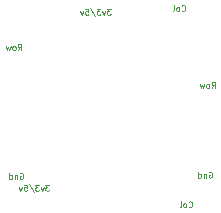
<source format=gbo>
G04 #@! TF.GenerationSoftware,KiCad,Pcbnew,(6.0.2-0)*
G04 #@! TF.CreationDate,2022-08-03T13:24:13+02:00*
G04 #@! TF.ProjectId,optical-amoeba,6f707469-6361-46c2-9d61-6d6f6562612e,rev?*
G04 #@! TF.SameCoordinates,Original*
G04 #@! TF.FileFunction,Legend,Bot*
G04 #@! TF.FilePolarity,Positive*
%FSLAX46Y46*%
G04 Gerber Fmt 4.6, Leading zero omitted, Abs format (unit mm)*
G04 Created by KiCad (PCBNEW (6.0.2-0)) date 2022-08-03 13:24:13*
%MOMM*%
%LPD*%
G01*
G04 APERTURE LIST*
%ADD10C,0.125000*%
%ADD11R,2.500000X1.500000*%
%ADD12R,1.500000X2.500000*%
G04 APERTURE END LIST*
D10*
X108321428Y-105750000D02*
X108369047Y-105726190D01*
X108440476Y-105726190D01*
X108511904Y-105750000D01*
X108559523Y-105797619D01*
X108583333Y-105845238D01*
X108607142Y-105940476D01*
X108607142Y-106011904D01*
X108583333Y-106107142D01*
X108559523Y-106154761D01*
X108511904Y-106202380D01*
X108440476Y-106226190D01*
X108392857Y-106226190D01*
X108321428Y-106202380D01*
X108297619Y-106178571D01*
X108297619Y-106011904D01*
X108392857Y-106011904D01*
X108083333Y-105892857D02*
X108083333Y-106226190D01*
X108083333Y-105940476D02*
X108059523Y-105916666D01*
X108011904Y-105892857D01*
X107940476Y-105892857D01*
X107892857Y-105916666D01*
X107869047Y-105964285D01*
X107869047Y-106226190D01*
X107416666Y-106226190D02*
X107416666Y-105726190D01*
X107416666Y-106202380D02*
X107464285Y-106226190D01*
X107559523Y-106226190D01*
X107607142Y-106202380D01*
X107630952Y-106178571D01*
X107654761Y-106130952D01*
X107654761Y-105988095D01*
X107630952Y-105940476D01*
X107607142Y-105916666D01*
X107559523Y-105892857D01*
X107464285Y-105892857D01*
X107416666Y-105916666D01*
X106002380Y-92078571D02*
X106026190Y-92102380D01*
X106097619Y-92126190D01*
X106145238Y-92126190D01*
X106216666Y-92102380D01*
X106264285Y-92054761D01*
X106288095Y-92007142D01*
X106311904Y-91911904D01*
X106311904Y-91840476D01*
X106288095Y-91745238D01*
X106264285Y-91697619D01*
X106216666Y-91650000D01*
X106145238Y-91626190D01*
X106097619Y-91626190D01*
X106026190Y-91650000D01*
X106002380Y-91673809D01*
X105716666Y-92126190D02*
X105764285Y-92102380D01*
X105788095Y-92078571D01*
X105811904Y-92030952D01*
X105811904Y-91888095D01*
X105788095Y-91840476D01*
X105764285Y-91816666D01*
X105716666Y-91792857D01*
X105645238Y-91792857D01*
X105597619Y-91816666D01*
X105573809Y-91840476D01*
X105550000Y-91888095D01*
X105550000Y-92030952D01*
X105573809Y-92078571D01*
X105597619Y-92102380D01*
X105645238Y-92126190D01*
X105716666Y-92126190D01*
X105264285Y-92126190D02*
X105311904Y-92102380D01*
X105335714Y-92054761D01*
X105335714Y-91626190D01*
X108533333Y-98626190D02*
X108700000Y-98388095D01*
X108819047Y-98626190D02*
X108819047Y-98126190D01*
X108628571Y-98126190D01*
X108580952Y-98150000D01*
X108557142Y-98173809D01*
X108533333Y-98221428D01*
X108533333Y-98292857D01*
X108557142Y-98340476D01*
X108580952Y-98364285D01*
X108628571Y-98388095D01*
X108819047Y-98388095D01*
X108247619Y-98626190D02*
X108295238Y-98602380D01*
X108319047Y-98578571D01*
X108342857Y-98530952D01*
X108342857Y-98388095D01*
X108319047Y-98340476D01*
X108295238Y-98316666D01*
X108247619Y-98292857D01*
X108176190Y-98292857D01*
X108128571Y-98316666D01*
X108104761Y-98340476D01*
X108080952Y-98388095D01*
X108080952Y-98530952D01*
X108104761Y-98578571D01*
X108128571Y-98602380D01*
X108176190Y-98626190D01*
X108247619Y-98626190D01*
X107914285Y-98292857D02*
X107819047Y-98626190D01*
X107723809Y-98388095D01*
X107628571Y-98626190D01*
X107533333Y-98292857D01*
X94785714Y-106826190D02*
X94476190Y-106826190D01*
X94642857Y-107016666D01*
X94571428Y-107016666D01*
X94523809Y-107040476D01*
X94500000Y-107064285D01*
X94476190Y-107111904D01*
X94476190Y-107230952D01*
X94500000Y-107278571D01*
X94523809Y-107302380D01*
X94571428Y-107326190D01*
X94714285Y-107326190D01*
X94761904Y-107302380D01*
X94785714Y-107278571D01*
X94309523Y-106992857D02*
X94190476Y-107326190D01*
X94071428Y-106992857D01*
X93928571Y-106826190D02*
X93619047Y-106826190D01*
X93785714Y-107016666D01*
X93714285Y-107016666D01*
X93666666Y-107040476D01*
X93642857Y-107064285D01*
X93619047Y-107111904D01*
X93619047Y-107230952D01*
X93642857Y-107278571D01*
X93666666Y-107302380D01*
X93714285Y-107326190D01*
X93857142Y-107326190D01*
X93904761Y-107302380D01*
X93928571Y-107278571D01*
X93047619Y-106802380D02*
X93476190Y-107445238D01*
X92642857Y-106826190D02*
X92880952Y-106826190D01*
X92904761Y-107064285D01*
X92880952Y-107040476D01*
X92833333Y-107016666D01*
X92714285Y-107016666D01*
X92666666Y-107040476D01*
X92642857Y-107064285D01*
X92619047Y-107111904D01*
X92619047Y-107230952D01*
X92642857Y-107278571D01*
X92666666Y-107302380D01*
X92714285Y-107326190D01*
X92833333Y-107326190D01*
X92880952Y-107302380D01*
X92904761Y-107278571D01*
X92452380Y-106992857D02*
X92333333Y-107326190D01*
X92214285Y-106992857D01*
X99985714Y-91926190D02*
X99676190Y-91926190D01*
X99842857Y-92116666D01*
X99771428Y-92116666D01*
X99723809Y-92140476D01*
X99700000Y-92164285D01*
X99676190Y-92211904D01*
X99676190Y-92330952D01*
X99700000Y-92378571D01*
X99723809Y-92402380D01*
X99771428Y-92426190D01*
X99914285Y-92426190D01*
X99961904Y-92402380D01*
X99985714Y-92378571D01*
X99509523Y-92092857D02*
X99390476Y-92426190D01*
X99271428Y-92092857D01*
X99128571Y-91926190D02*
X98819047Y-91926190D01*
X98985714Y-92116666D01*
X98914285Y-92116666D01*
X98866666Y-92140476D01*
X98842857Y-92164285D01*
X98819047Y-92211904D01*
X98819047Y-92330952D01*
X98842857Y-92378571D01*
X98866666Y-92402380D01*
X98914285Y-92426190D01*
X99057142Y-92426190D01*
X99104761Y-92402380D01*
X99128571Y-92378571D01*
X98247619Y-91902380D02*
X98676190Y-92545238D01*
X97842857Y-91926190D02*
X98080952Y-91926190D01*
X98104761Y-92164285D01*
X98080952Y-92140476D01*
X98033333Y-92116666D01*
X97914285Y-92116666D01*
X97866666Y-92140476D01*
X97842857Y-92164285D01*
X97819047Y-92211904D01*
X97819047Y-92330952D01*
X97842857Y-92378571D01*
X97866666Y-92402380D01*
X97914285Y-92426190D01*
X98033333Y-92426190D01*
X98080952Y-92402380D01*
X98104761Y-92378571D01*
X97652380Y-92092857D02*
X97533333Y-92426190D01*
X97414285Y-92092857D01*
X92321428Y-105850000D02*
X92369047Y-105826190D01*
X92440476Y-105826190D01*
X92511904Y-105850000D01*
X92559523Y-105897619D01*
X92583333Y-105945238D01*
X92607142Y-106040476D01*
X92607142Y-106111904D01*
X92583333Y-106207142D01*
X92559523Y-106254761D01*
X92511904Y-106302380D01*
X92440476Y-106326190D01*
X92392857Y-106326190D01*
X92321428Y-106302380D01*
X92297619Y-106278571D01*
X92297619Y-106111904D01*
X92392857Y-106111904D01*
X92083333Y-105992857D02*
X92083333Y-106326190D01*
X92083333Y-106040476D02*
X92059523Y-106016666D01*
X92011904Y-105992857D01*
X91940476Y-105992857D01*
X91892857Y-106016666D01*
X91869047Y-106064285D01*
X91869047Y-106326190D01*
X91416666Y-106326190D02*
X91416666Y-105826190D01*
X91416666Y-106302380D02*
X91464285Y-106326190D01*
X91559523Y-106326190D01*
X91607142Y-106302380D01*
X91630952Y-106278571D01*
X91654761Y-106230952D01*
X91654761Y-106088095D01*
X91630952Y-106040476D01*
X91607142Y-106016666D01*
X91559523Y-105992857D01*
X91464285Y-105992857D01*
X91416666Y-106016666D01*
X92133333Y-95426190D02*
X92300000Y-95188095D01*
X92419047Y-95426190D02*
X92419047Y-94926190D01*
X92228571Y-94926190D01*
X92180952Y-94950000D01*
X92157142Y-94973809D01*
X92133333Y-95021428D01*
X92133333Y-95092857D01*
X92157142Y-95140476D01*
X92180952Y-95164285D01*
X92228571Y-95188095D01*
X92419047Y-95188095D01*
X91847619Y-95426190D02*
X91895238Y-95402380D01*
X91919047Y-95378571D01*
X91942857Y-95330952D01*
X91942857Y-95188095D01*
X91919047Y-95140476D01*
X91895238Y-95116666D01*
X91847619Y-95092857D01*
X91776190Y-95092857D01*
X91728571Y-95116666D01*
X91704761Y-95140476D01*
X91680952Y-95188095D01*
X91680952Y-95330952D01*
X91704761Y-95378571D01*
X91728571Y-95402380D01*
X91776190Y-95426190D01*
X91847619Y-95426190D01*
X91514285Y-95092857D02*
X91419047Y-95426190D01*
X91323809Y-95188095D01*
X91228571Y-95426190D01*
X91133333Y-95092857D01*
X106602380Y-108678571D02*
X106626190Y-108702380D01*
X106697619Y-108726190D01*
X106745238Y-108726190D01*
X106816666Y-108702380D01*
X106864285Y-108654761D01*
X106888095Y-108607142D01*
X106911904Y-108511904D01*
X106911904Y-108440476D01*
X106888095Y-108345238D01*
X106864285Y-108297619D01*
X106816666Y-108250000D01*
X106745238Y-108226190D01*
X106697619Y-108226190D01*
X106626190Y-108250000D01*
X106602380Y-108273809D01*
X106316666Y-108726190D02*
X106364285Y-108702380D01*
X106388095Y-108678571D01*
X106411904Y-108630952D01*
X106411904Y-108488095D01*
X106388095Y-108440476D01*
X106364285Y-108416666D01*
X106316666Y-108392857D01*
X106245238Y-108392857D01*
X106197619Y-108416666D01*
X106173809Y-108440476D01*
X106150000Y-108488095D01*
X106150000Y-108630952D01*
X106173809Y-108678571D01*
X106197619Y-108702380D01*
X106245238Y-108726190D01*
X106316666Y-108726190D01*
X105864285Y-108726190D02*
X105911904Y-108702380D01*
X105935714Y-108654761D01*
X105935714Y-108226190D01*
%LPC*%
D11*
X107750000Y-104450000D03*
X107750000Y-96750000D03*
X92250000Y-104450000D03*
X92250000Y-96750000D03*
D12*
X104150000Y-107750000D03*
X95950000Y-107750000D03*
X104000000Y-92250000D03*
X96250000Y-92250000D03*
M02*

</source>
